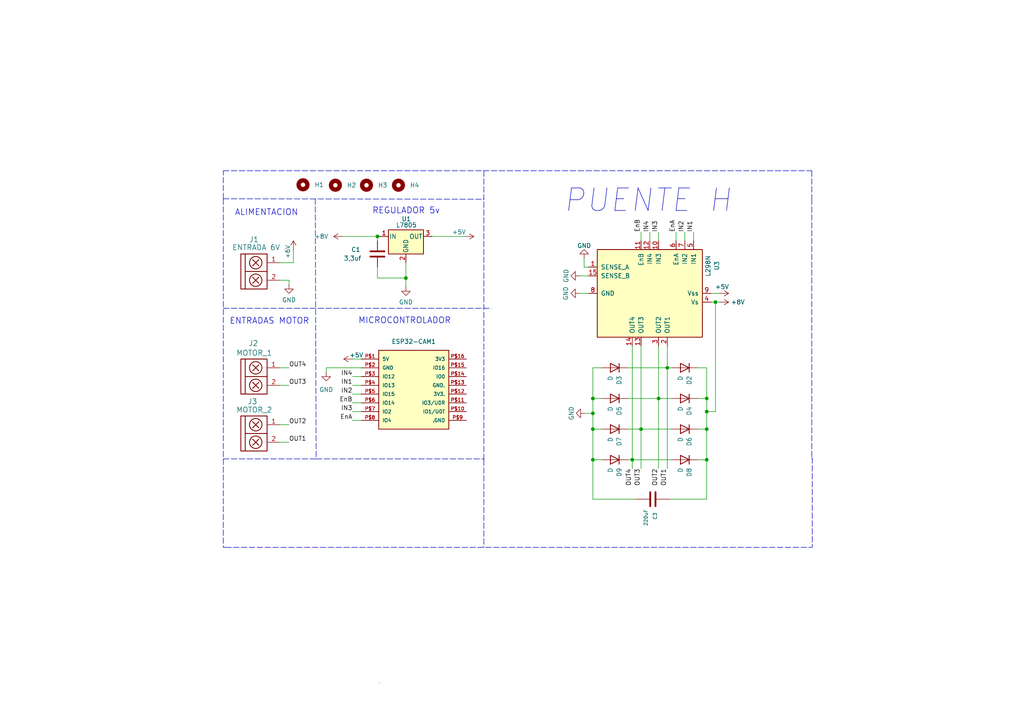
<source format=kicad_sch>
(kicad_sch (version 20211123) (generator eeschema)
  (paper "A4")
  (lib_symbols
    (symbol "Device:C" (pin_numbers hide) (pin_names (offset 0.254))
      (property "Reference" "C" (at 0.635 2.54 0))
      (property "Value" "C" (at 0.635 -2.54 0))
      (symbol "C_0_1"
        (polyline (pts (xy -2.032 -0.762) (xy 2.032 -0.762)) (stroke (width 0.508)))
        (polyline (pts (xy -2.032 0.762) (xy 2.032 0.762)) (stroke (width 0.508)))
      )
      (symbol "C_1_1"
        (pin passive line (at 0 3.81 270) (length 2.794) (name "~") (number "1"))
        (pin passive line (at 0 -3.81 90) (length 2.794) (name "~") (number "2"))
      )
    )
    (symbol "Device:D" (pin_numbers hide) (pin_names (offset 1.016) hide)
      (property "Reference" "D" (at 0 2.54 0))
      (property "Value" "D" (at 0 -2.54 0))
      (symbol "D_0_1"
        (polyline (pts (xy -1.27 1.27) (xy -1.27 -1.27)) (stroke (width 0.254)))
        (polyline (pts (xy 1.27 0) (xy -1.27 0)))
        (polyline (pts (xy 1.27 1.27) (xy 1.27 -1.27) (xy -1.27 0) (xy 1.27 1.27)) (stroke (width 0.254)))
      )
      (symbol "D_1_1"
        (pin passive line (at -3.81 0 0) (length 2.54) (name "K") (number "1"))
        (pin passive line (at 3.81 0 180) (length 2.54) (name "A") (number "2"))
      )
    )
    (symbol "EESTN5:C" (pin_numbers hide) (pin_names (offset 0.254))
      (property "Reference" "C" (at 0 2.54 0))
      (property "Value" "C" (at 0.1524 -2.159 0))
      (symbol "C_0_1"
        (polyline (pts (xy -2.032 -0.762) (xy 2.032 -0.762)) (stroke (width 0.508)))
        (polyline (pts (xy -2.032 0.762) (xy 2.032 0.762)) (stroke (width 0.508)))
      )
      (symbol "C_1_1"
        (pin passive line (at 0 5.08 270) (length 4.318) (name "~") (number "1"))
        (pin passive line (at 0 -5.08 90) (length 4.318) (name "~") (number "2"))
      )
    )
    (symbol "EESTN5:L298(H)N" (pin_names (offset 1.016))
      (property "Reference" "U" (at -1.905 18.415 0))
      (property "Value" "L298(H)N" (at -1.905 16.51 0))
      (symbol "L298(H)N_0_1"
        (rectangle (start -12.7 15.24) (end 12.7 -15.24) (stroke (width 0.254)) (fill (type background)))
      )
      (symbol "L298(H)N_1_1"
        (pin power_in line (at -7.62 -17.78 90) (length 2.54) (name "SENSE_A") (number "1"))
        (pin input line (at -15.24 2.54 0) (length 2.54) (name "IN3") (number "10"))
        (pin input line (at -15.24 -2.54 0) (length 2.54) (name "EnB") (number "11"))
        (pin input line (at -15.24 0 0) (length 2.54) (name "IN4") (number "12"))
        (pin output line (at 15.24 -2.54 180) (length 2.54) (name "OUT3") (number "13"))
        (pin output line (at 15.24 -5.08 180) (length 2.54) (name "OUT4") (number "14"))
        (pin power_in line (at -5.08 -17.78 90) (length 2.54) (name "SENSE_B") (number "15"))
        (pin output line (at 15.24 5.08 180) (length 2.54) (name "OUT1") (number "2"))
        (pin output line (at 15.24 2.54 180) (length 2.54) (name "OUT2") (number "3"))
        (pin power_in line (at 2.54 17.78 270) (length 2.54) (name "Vs") (number "4"))
        (pin input line (at -15.24 12.7 0) (length 2.54) (name "IN1") (number "5"))
        (pin input line (at -15.24 7.62 0) (length 2.54) (name "EnA") (number "6"))
        (pin input line (at -15.24 10.16 0) (length 2.54) (name "IN2") (number "7"))
        (pin power_in line (at 0 -17.78 90) (length 2.54) (name "GND") (number "8"))
        (pin power_in line (at 0 17.78 270) (length 2.54) (name "Vss") (number "9"))
      )
    )
    (symbol "EESTN5:Mounting_Hole" (pin_names (offset 1.016))
      (property "Reference" "H" (at 0 5.08 0))
      (symbol "Mounting_Hole_0_1"
        (circle (center 0 0) (radius 1.27) (stroke (width 1.27)))
      )
    )
    (symbol "EESTN5:TB_1X2" (pin_names (offset 1.016))
      (property "Reference" "J" (at 0 7.62 0))
      (property "Value" "TB_1X2" (at 1.27 -7.62 0))
      (symbol "TB_1X2_0_1"
        (rectangle (start -2.54 5.08) (end 5.08 -5.08) (stroke (width 0.254)))
        (polyline (pts (xy -1.27 0) (xy 5.08 0)) (stroke (width 0.254)))
        (polyline (pts (xy -1.27 5.08) (xy -1.27 -5.08)) (stroke (width 0.254)))
        (polyline (pts (xy 0.889 -3.429) (xy 2.667 -1.651)) (stroke (width 0.254)))
        (polyline (pts (xy 0.889 -1.651) (xy 2.667 -3.429)) (stroke (width 0.254)))
        (polyline (pts (xy 0.889 1.651) (xy 2.667 3.429)) (stroke (width 0.254)))
        (polyline (pts (xy 0.889 3.429) (xy 2.667 1.651)) (stroke (width 0.254)))
        (circle (center 1.778 -2.54) (radius 1.8034) (stroke (width 0.254)))
        (circle (center 1.778 2.54) (radius 1.8034) (stroke (width 0.254)))
      )
      (symbol "TB_1X2_1_1"
        (pin input line (at 8.89 2.54 180) (length 3.81) (name "~") (number "1"))
        (pin input line (at 8.89 -2.54 180) (length 3.81) (name "~") (number "2"))
      )
    )
    (symbol "ESP32-CAM:ESP32-CAM" (pin_names (offset 1.016))
      (property "Reference" "U" (at -10.16 20.32 0))
      (symbol "ESP32-CAM_0_0"
        (rectangle (start -10.16 -5.08) (end 10.16 17.78) (stroke (width 0.254)) (fill (type background)))
        (pin bidirectional line (at -15.24 15.24 0) (length 5.08) (name "5V") (number "P$1"))
        (pin bidirectional line (at 15.24 0 180) (length 5.08) (name "IO1/U0T") (number "P$10"))
        (pin bidirectional line (at 15.24 2.54 180) (length 5.08) (name "IO3/U0R") (number "P$11"))
        (pin bidirectional line (at 15.24 5.08 180) (length 5.08) (name "3V3.") (number "P$12"))
        (pin bidirectional line (at 15.24 7.62 180) (length 5.08) (name "GND.") (number "P$13"))
        (pin bidirectional line (at 15.24 10.16 180) (length 5.08) (name "IO0") (number "P$14"))
        (pin bidirectional line (at 15.24 12.7 180) (length 5.08) (name "IO16") (number "P$15"))
        (pin bidirectional line (at 15.24 15.24 180) (length 5.08) (name "3V3") (number "P$16"))
        (pin bidirectional line (at -15.24 12.7 0) (length 5.08) (name "GND") (number "P$2"))
        (pin bidirectional line (at -15.24 10.16 0) (length 5.08) (name "IO12") (number "P$3"))
        (pin bidirectional line (at -15.24 7.62 0) (length 5.08) (name "IO13") (number "P$4"))
        (pin bidirectional line (at -15.24 5.08 0) (length 5.08) (name "IO15") (number "P$5"))
        (pin bidirectional line (at -15.24 2.54 0) (length 5.08) (name "IO14") (number "P$6"))
        (pin bidirectional line (at -15.24 0 0) (length 5.08) (name "IO2") (number "P$7"))
        (pin bidirectional line (at -15.24 -2.54 0) (length 5.08) (name "IO4") (number "P$8"))
        (pin bidirectional line (at 15.24 -2.54 180) (length 5.08) (name ".GND") (number "P$9"))
      )
    )
    (symbol "GND_1" (power) (pin_names (offset 0))
      (property "Value" "GND_1" (at 0 -3.81 0))
      (symbol "GND_1_0_1"
        (polyline (pts (xy 0 0) (xy 0 -1.27) (xy 1.27 -1.27) (xy 0 -2.54) (xy -1.27 -1.27) (xy 0 -1.27)))
      )
      (symbol "GND_1_1_1"
        (pin power_in line (at 0 0 270) (length 0) hide (name "GND") (number "1"))
      )
    )
    (symbol "Regulator_Linear:L7805" (pin_names (offset 0.254))
      (property "Reference" "U" (at -3.81 3.175 0))
      (property "Value" "L7805" (at 0 3.175 0))
      (symbol "L7805_0_1"
        (rectangle (start -5.08 1.905) (end 5.08 -5.08) (stroke (width 0.254)) (fill (type background)))
      )
      (symbol "L7805_1_1"
        (pin power_in line (at -7.62 0 0) (length 2.54) (name "IN") (number "1"))
        (pin power_in line (at 0 -7.62 90) (length 2.54) (name "GND") (number "2"))
        (pin power_out line (at 7.62 0 180) (length 2.54) (name "OUT") (number "3"))
      )
    )
    (symbol "power:+5V" (power) (pin_names (offset 0))
      (property "Value" "+5V" (at 0 3.556 0))
      (symbol "+5V_0_1"
        (polyline (pts (xy -0.762 1.27) (xy 0 2.54)))
        (polyline (pts (xy 0 0) (xy 0 2.54)))
        (polyline (pts (xy 0 2.54) (xy 0.762 1.27)))
      )
      (symbol "+5V_1_1"
        (pin power_in line (at 0 0 90) (length 0) hide (name "+5V") (number "1"))
      )
    )
    (symbol "power:+6V" (power) (pin_names (offset 0))
      (property "Value" "+6V" (at 0 3.556 0))
      (symbol "+6V_0_1"
        (polyline (pts (xy -0.762 1.27) (xy 0 2.54)))
        (polyline (pts (xy 0 0) (xy 0 2.54)))
        (polyline (pts (xy 0 2.54) (xy 0.762 1.27)))
      )
      (symbol "+6V_1_1"
        (pin power_in line (at 0 0 90) (length 0) hide (name "+6V") (number "1"))
      )
    )
    (symbol "power:+8V" (power) (pin_names (offset 0))
      (property "Value" "+8V" (at 0 3.556 0))
      (symbol "+8V_0_1"
        (polyline (pts (xy -0.762 1.27) (xy 0 2.54)))
        (polyline (pts (xy 0 0) (xy 0 2.54)))
        (polyline (pts (xy 0 2.54) (xy 0.762 1.27)))
      )
      (symbol "+8V_1_1"
        (pin power_in line (at 0 0 90) (length 0) hide (name "+8V") (number "1"))
      )
    )
    (symbol "power:GND" (power) (pin_names (offset 0))
      (property "Value" "GND" (at 0 -3.81 0))
      (symbol "GND_0_1"
        (polyline (pts (xy 0 0) (xy 0 -1.27) (xy 1.27 -1.27) (xy 0 -2.54) (xy -1.27 -1.27) (xy 0 -1.27)))
      )
      (symbol "GND_1_1"
        (pin power_in line (at 0 0 270) (length 0) hide (name "GND") (number "1"))
      )
    )
  )
  (junction (at 204.978 119.38))
  (junction (at 171.958 133.35))
  (junction (at 109.474 68.58))
  (junction (at 193.548 106.68))
  (junction (at 204.978 124.46))
  (junction (at 117.729 80.645))
  (junction (at 171.958 124.46))
  (junction (at 171.958 119.888))
  (junction (at 204.978 115.57))
  (junction (at 207.518 87.63))
  (junction (at 204.978 133.35))
  (junction (at 171.958 115.57))
  (junction (at 183.388 133.35))
  (junction (at 191.008 115.57))
  (junction (at 185.928 124.46))
  (wire (pts (xy 174.498 115.57) (xy 171.958 115.57)))
  (wire (pts (xy 204.978 106.68) (xy 204.978 115.57)))
  (wire (pts (xy 102.235 104.14) (xy 104.775 104.14)))
  (wire (pts (xy 83.82 106.68) (xy 81.28 106.68)))
  (wire (pts (xy 174.498 124.46) (xy 171.958 124.46)))
  (wire (pts (xy 191.008 115.57) (xy 191.008 135.89)))
  (wire (pts (xy 83.82 128.27) (xy 81.28 128.27)))
  (wire (pts (xy 194.818 115.57) (xy 191.008 115.57)))
  (polyline (pts (xy 132.207 103.886) (xy 132.207 104.14)))
  (wire (pts (xy 102.235 121.92) (xy 104.775 121.92)))
  (wire (pts (xy 109.474 68.58) (xy 109.474 69.85)))
  (polyline (pts (xy 64.77 57.658) (xy 64.77 49.53)))
  (wire (pts (xy 183.388 100.33) (xy 183.388 133.35)))
  (wire (pts (xy 185.928 67.31) (xy 185.928 69.85)))
  (polyline (pts (xy 140.335 133.096) (xy 140.335 133.35)))
  (wire (pts (xy 188.468 67.31) (xy 188.468 69.85)))
  (wire (pts (xy 171.958 133.35) (xy 171.958 144.78)))
  (polyline (pts (xy 64.77 89.408) (xy 142.494 89.408)))
  (wire (pts (xy 174.498 106.68) (xy 171.958 106.68)))
  (polyline (pts (xy 64.77 49.53) (xy 235.458 49.53)))
  (wire (pts (xy 185.928 124.46) (xy 185.928 135.89)))
  (wire (pts (xy 169.418 74.93) (xy 169.418 77.47)))
  (wire (pts (xy 204.978 133.35) (xy 202.438 133.35)))
  (wire (pts (xy 81.28 76.2) (xy 85.09 76.2)))
  (wire (pts (xy 125.349 68.58) (xy 134.874 68.58)))
  (wire (pts (xy 183.388 133.35) (xy 183.388 135.89)))
  (wire (pts (xy 207.518 119.38) (xy 207.518 87.63)))
  (wire (pts (xy 194.818 106.68) (xy 193.548 106.68)))
  (wire (pts (xy 94.615 106.68) (xy 94.615 107.95)))
  (wire (pts (xy 94.615 106.68) (xy 104.775 106.68)))
  (wire (pts (xy 184.277 144.78) (xy 171.958 144.78)))
  (wire (pts (xy 171.958 115.57) (xy 171.958 119.888)))
  (polyline (pts (xy 64.77 158.75) (xy 65.405 158.75)))
  (wire (pts (xy 170.688 85.09) (xy 168.148 85.09)))
  (wire (pts (xy 109.474 77.47) (xy 109.474 80.645)))
  (wire (pts (xy 102.235 111.76) (xy 104.775 111.76)))
  (wire (pts (xy 204.978 119.38) (xy 204.978 124.46)))
  (polyline (pts (xy 235.458 57.658) (xy 235.458 133.096)))
  (polyline (pts (xy 91.44 57.658) (xy 91.694 133.096)))
  (polyline (pts (xy 140.335 133.35) (xy 140.335 158.75)))
  (wire (pts (xy 207.518 119.38) (xy 204.978 119.38)))
  (wire (pts (xy 191.008 67.31) (xy 191.008 69.85)))
  (polyline (pts (xy 235.458 49.53) (xy 235.458 57.658)))
  (wire (pts (xy 81.28 81.28) (xy 83.82 81.28)))
  (wire (pts (xy 193.548 100.33) (xy 193.548 106.68)))
  (polyline (pts (xy 110.0074 198.0184) (xy 110.0074 198.0438)))
  (wire (pts (xy 171.958 133.35) (xy 174.498 133.35)))
  (wire (pts (xy 204.978 144.78) (xy 194.437 144.78)))
  (wire (pts (xy 83.82 123.19) (xy 81.28 123.19)))
  (wire (pts (xy 204.978 124.46) (xy 204.978 133.35)))
  (wire (pts (xy 171.958 119.888) (xy 171.958 124.46)))
  (wire (pts (xy 102.235 114.3) (xy 104.775 114.3)))
  (wire (pts (xy 102.235 109.22) (xy 104.775 109.22)))
  (wire (pts (xy 170.688 80.01) (xy 168.148 80.01)))
  (wire (pts (xy 208.788 87.63) (xy 207.518 87.63)))
  (wire (pts (xy 204.978 106.68) (xy 202.438 106.68)))
  (wire (pts (xy 191.008 100.33) (xy 191.008 115.57)))
  (wire (pts (xy 85.09 72.39) (xy 85.09 76.2)))
  (wire (pts (xy 109.474 80.645) (xy 117.729 80.645)))
  (wire (pts (xy 171.958 106.68) (xy 171.958 115.57)))
  (polyline (pts (xy 64.77 57.658) (xy 140.335 57.785)))
  (wire (pts (xy 183.388 133.35) (xy 182.118 133.35)))
  (polyline (pts (xy 140.335 49.53) (xy 140.335 57.912)))
  (wire (pts (xy 196.088 67.31) (xy 196.088 69.85)))
  (polyline (pts (xy 235.585 132.715) (xy 235.585 158.75)))
  (wire (pts (xy 204.978 115.57) (xy 202.438 115.57)))
  (polyline (pts (xy 65.405 158.75) (xy 235.585 158.75)))
  (wire (pts (xy 201.168 67.31) (xy 201.168 69.85)))
  (wire (pts (xy 191.008 115.57) (xy 182.118 115.57)))
  (wire (pts (xy 102.235 119.38) (xy 104.775 119.38)))
  (polyline (pts (xy 64.77 133.096) (xy 91.694 133.096)))
  (wire (pts (xy 109.474 68.58) (xy 110.109 68.58)))
  (wire (pts (xy 102.235 116.84) (xy 104.775 116.84)))
  (wire (pts (xy 194.818 133.35) (xy 183.388 133.35)))
  (wire (pts (xy 170.688 77.47) (xy 169.418 77.47)))
  (wire (pts (xy 117.729 76.2) (xy 117.729 80.645)))
  (wire (pts (xy 185.928 100.33) (xy 185.928 124.46)))
  (wire (pts (xy 193.548 106.68) (xy 193.548 135.89)))
  (wire (pts (xy 171.958 119.888) (xy 169.672 119.888)))
  (wire (pts (xy 204.978 124.46) (xy 202.438 124.46)))
  (wire (pts (xy 171.958 124.46) (xy 171.958 133.35)))
  (wire (pts (xy 83.82 81.28) (xy 83.82 82.55)))
  (wire (pts (xy 204.978 115.57) (xy 204.978 119.38)))
  (polyline (pts (xy 91.694 133.096) (xy 140.335 133.096)))
  (polyline (pts (xy 64.77 57.658) (xy 64.77 158.75)))
  (wire (pts (xy 207.518 87.63) (xy 206.248 87.63)))
  (wire (pts (xy 198.628 67.31) (xy 198.628 69.85)))
  (wire (pts (xy 99.314 68.58) (xy 109.474 68.58)))
  (wire (pts (xy 194.818 124.46) (xy 185.928 124.46)))
  (wire (pts (xy 117.729 80.645) (xy 117.729 83.185)))
  (polyline (pts (xy 140.335 133.35) (xy 140.335 57.785)))
  (wire (pts (xy 83.82 111.76) (xy 81.28 111.76)))
  (wire (pts (xy 185.928 124.46) (xy 182.118 124.46)))
  (wire (pts (xy 204.978 144.78) (xy 204.978 133.35)))
  (wire (pts (xy 208.788 85.09) (xy 206.248 85.09)))
  (wire (pts (xy 193.548 106.68) (xy 182.118 106.68)))
  (text "PUENTE H" (at 163.322 62.103 0) (effects (font (size 6.54 6.54) italic) (justify left bottom)))
  (text "MICROCONTROLADOR\n" (at 103.886 94.107 0) (effects (font (size 1.75 1.75)) (justify left bottom)))
  (text "ALIMENTACION" (at 68.072 62.738 0) (effects (font (size 1.75 1.75)) (justify left bottom)))
  (text "ENTRADAS MOTOR" (at 66.548 94.234 0) (effects (font (size 1.75 1.75)) (justify left bottom)))
  (text "REGULADOR 5v" (at 107.95 62.23 0) (effects (font (size 1.75 1.75)) (justify left bottom)))
  (label "OUT2" (at 83.82 123.19 0))
  (label "IN4" (at 188.468 67.31 90))
  (label "OUT1" (at 83.82 128.27 0))
  (label "IN2" (at 102.235 114.3 180))
  (label "IN1" (at 201.168 67.31 90))
  (label "IN2" (at 198.628 67.31 90))
  (label "IN3" (at 191.008 67.31 90))
  (label "EnA" (at 196.088 67.31 90))
  (label "EnB" (at 185.928 67.31 90))
  (label "OUT4" (at 183.388 135.89 270))
  (label "OUT4" (at 83.82 106.68 0))
  (label "EnA" (at 102.235 121.92 180))
  (label "EnB" (at 102.235 116.84 180))
  (label "IN4" (at 102.235 109.22 180))
  (label "OUT1" (at 193.548 135.89 270))
  (label "IN3" (at 102.235 119.38 180))
  (label "OUT3" (at 83.82 111.76 0))
  (label "OUT3" (at 185.928 135.89 270))
  (label "OUT2" (at 191.008 135.89 270))
  (label "IN1" (at 102.235 111.76 180))
  (symbol (lib_id "power:+8V") (at 99.314 68.58 90) (unit 1)
    (property "Reference" "#PWR?" (effects hide))
    (property "Value" "+8V" (at 95.25 68.5799 90) (effects (justify left)))
  )
  (symbol (lib_id "power:GND") (at 168.148 80.01 270) (unit 1)
    (property "Reference" "#PWR09" (effects hide))
    (property "Value" "GND" (at 164.211 77.978 0) (effects (justify left)))
  )
  (symbol (lib_id "EESTN5:Mounting_Hole") (at 115.57 53.721 0) (unit 1)
    (property "Reference" "H4" (at 118.872 53.7209 0) (effects (justify left)))
    (property "Value" "Mounting_Hole" (effects hide))
    (property "Footprint" "EESTN5:hole_3mm" (effects hide))
  )
  (symbol (lib_id "Device:D") (at 178.308 124.46 180) (unit 1)
    (property "Reference" "D7" (at 179.5781 126.746 90) (effects (justify left)))
    (property "Value" "D" (at 177.0381 126.746 90) (effects (justify left)))
    (property "Footprint" "EESTN5:DO-41" (effects hide))
  )
  (symbol (lib_id "power:+5V") (at 134.874 68.58 270) (unit 1)
    (property "Reference" "#PWR07" (effects hide))
    (property "Value" "+5V" (at 131.064 67.31 90) (effects (justify left)))
  )
  (symbol (lib_id "Device:C") (at 109.474 73.66 0) (unit 1)
    (property "Reference" "C1" (at 101.854 72.39 0) (effects (justify left)))
    (property "Value" "3,3uf" (at 99.695 74.93 0) (effects (justify left)))
    (property "Footprint" "EESTN5:CAP_ELEC_8x11.5mm" (effects hide))
  )
  (symbol (lib_id "EESTN5:Mounting_Hole") (at 97.282 53.721 0) (unit 1)
    (property "Reference" "H2" (at 100.584 53.7209 0) (effects (justify left)))
    (property "Value" "Mounting_Hole" (effects hide))
    (property "Footprint" "EESTN5:hole_3mm" (effects hide))
  )
  (symbol (lib_id "ESP32-CAM:ESP32-CAM") (at 120.015 119.38 0) (unit 1)
    (property "Reference" "ESP32-CAM1" (at 120.015 99.06 0))
    (property "Value" "ESP32-CAM" (effects hide))
    (property "Footprint" "ESP32-CAM-HUELLA:ESP32-CAM" (effects hide))
  )
  (symbol (lib_id "Device:D") (at 178.308 133.35 180) (unit 1)
    (property "Reference" "D9" (at 179.5781 135.636 90) (effects (justify left)))
    (property "Value" "D" (at 177.0381 135.636 90) (effects (justify left)))
    (property "Footprint" "EESTN5:DO-41" (effects hide))
  )
  (symbol (lib_id "EESTN5:Mounting_Hole") (at 87.884 53.594 0) (unit 1)
    (property "Reference" "H1" (at 91.186 53.5939 0) (effects (justify left)))
    (property "Value" "Mounting_Hole" (effects hide))
    (property "Footprint" "EESTN5:hole_3mm" (effects hide))
  )
  (symbol (lib_id "power:GND") (at 168.148 85.09 270) (unit 1)
    (property "Reference" "#PWR011" (effects hide))
    (property "Value" "GND" (at 164.084 83.058 0) (effects (justify left)))
  )
  (symbol (lib_id "power:GND") (at 83.82 82.55 0) (unit 1)
    (property "Reference" "#PWR01" (effects hide))
    (property "Value" "GND" (at 83.82 86.995 0))
  )
  (symbol (lib_id "Device:D") (at 178.308 106.68 180) (unit 1)
    (property "Reference" "D3" (at 179.5781 108.966 90) (effects (justify left)))
    (property "Value" "D" (at 177.0381 108.966 90) (effects (justify left)))
    (property "Footprint" "EESTN5:DO-41" (effects hide))
  )
  (symbol (lib_id "Device:D") (at 198.628 115.57 180) (unit 1)
    (property "Reference" "D4" (at 199.8981 117.856 90) (effects (justify left)))
    (property "Value" "D" (at 197.3581 117.856 90) (effects (justify left)))
    (property "Footprint" "EESTN5:DO-41" (effects hide))
  )
  (symbol (lib_id "power:+8V") (at 208.788 87.63 270) (unit 1)
    (property "Reference" "#PWR0101" (effects hide))
    (property "Value" "+8V" (at 211.963 87.6299 90) (effects (justify left)))
  )
  (symbol (lib_id "power:+5V") (at 208.788 85.09 270) (unit 1)
    (property "Reference" "#PWR010" (effects hide))
    (property "Value" "+5V" (at 209.423 83.185 90))
  )
  (symbol (lib_id "Device:D") (at 178.308 115.57 180) (unit 1)
    (property "Reference" "D5" (at 179.5781 117.856 90) (effects (justify left)))
    (property "Value" "D" (at 177.0381 117.856 90) (effects (justify left)))
    (property "Footprint" "EESTN5:DO-41" (effects hide))
  )
  (symbol (lib_id "Regulator_Linear:L7805") (at 117.729 68.58 0) (unit 1)
    (property "Reference" "U1" (at 117.856 63.5 0))
    (property "Value" "L7805" (at 117.856 65.278 0))
    (property "Footprint" "EESTN5:TO-220" (effects hide))
    (property "Datasheet" "http://www.st.com/content/ccc/resource/technical/document/datasheet/41/4f/b3/b0/12/d4/47/88/CD00000444.pdf/files/CD00000444.pdf/jcr:content/translations/en.CD00000444.pdf" (effects hide))
  )
  (symbol (lib_id "power:+5V") (at 102.235 104.14 90) (unit 1)
    (property "Reference" "#PWR05" (effects hide))
    (property "Value" "+5V" (at 105.41 102.997 90) (effects (justify left)))
  )
  (symbol (lib_name "GND_1") (lib_id "power:GND") (at 94.615 107.95 0) (unit 1)
    (property "Reference" "#PWR03" (effects hide))
    (property "Value" "GND" (at 94.615 113.03 0))
  )
  (symbol (lib_id "EESTN5:TB_1X2") (at 72.39 109.22 0) (unit 1)
    (property "Reference" "J2" (at 74.93 99.568 0) (effects (font (size 1.524 1.524)) (justify right)))
    (property "Value" "MOTOR_1" (at 78.994 102.362 0) (effects (font (size 1.524 1.524)) (justify right)))
    (property "Footprint" "EESTN5:BORNERA2_AZUL" (effects hide))
  )
  (symbol (lib_id "power:+6V") (at 85.09 72.39 0) (unit 1)
    (property "Reference" "#PWR02" (effects hide))
    (property "Value" "+6V" (at 83.439 73.025 90))
  )
  (symbol (lib_id "Device:D") (at 198.628 106.68 180) (unit 1)
    (property "Reference" "D2" (at 199.8981 108.966 90) (effects (justify left)))
    (property "Value" "D" (at 197.3581 108.966 90) (effects (justify left)))
    (property "Footprint" "EESTN5:DO-41" (effects hide))
  )
  (symbol (lib_id "Device:D") (at 198.628 124.46 180) (unit 1)
    (property "Reference" "D6" (at 199.8981 126.746 90) (effects (justify left)))
    (property "Value" "D" (at 197.3581 126.746 90) (effects (justify left)))
    (property "Footprint" "EESTN5:DO-41" (effects hide))
  )
  (symbol (lib_id "EESTN5:L298(H)N") (at 188.468 85.09 270) (unit 1)
    (property "Reference" "U3" (at 207.899 75.692 0) (effects (justify left)))
    (property "Value" "L298N" (at 205.359 74.041 0) (effects (justify left)))
    (property "Footprint" "L298N HUELLA PCB:TO127P2020X500X2100-15" (effects hide))
    (property "Datasheet" "http://www.st.com/st-web-ui/static/active/en/resource/technical/document/datasheet/CD00000240.pdf" (effects hide))
  )
  (symbol (lib_id "EESTN5:TB_1X2") (at 72.39 125.73 0) (unit 1)
    (property "Reference" "J3" (at 74.676 116.459 0) (effects (font (size 1.524 1.524)) (justify right)))
    (property "Value" "MOTOR_2" (at 78.994 118.872 0) (effects (font (size 1.524 1.524)) (justify right)))
    (property "Footprint" "EESTN5:BORNERA2_AZUL" (effects hide))
  )
  (symbol (lib_id "EESTN5:C") (at 189.357 144.78 270) (unit 1)
    (property "Reference" "C3" (at 189.992 148.59 0) (effects (font (size 1.016 1.016)) (justify left)))
    (property "Value" "220uF" (at 187.325 147.701 0) (effects (font (size 1.016 1.016)) (justify left)))
    (property "Footprint" "EESTN5:CAP_ELEC_8x11.5mm" (effects hide))
  )
  (symbol (lib_id "EESTN5:TB_1X2") (at 72.39 78.74 0) (unit 1)
    (property "Reference" "J1" (at 73.66 69.469 0) (effects (font (size 1.524 1.524))))
    (property "Value" "ENTRADA 6V" (at 74.295 71.755 0) (effects (font (size 1.524 1.524))))
    (property "Footprint" "EESTN5:BORNERA2_AZUL" (effects hide))
  )
  (symbol (lib_id "Device:D") (at 198.628 133.35 180) (unit 1)
    (property "Reference" "D8" (at 199.8981 135.636 90) (effects (justify left)))
    (property "Value" "D" (at 197.3581 135.636 90) (effects (justify left)))
    (property "Footprint" "EESTN5:DO-41" (effects hide))
  )
  (symbol (lib_id "EESTN5:Mounting_Hole") (at 106.299 53.721 0) (unit 1)
    (property "Reference" "H3" (at 109.601 53.7209 0) (effects (justify left)))
    (property "Value" "Mounting_Hole" (effects hide))
    (property "Footprint" "EESTN5:hole_3mm" (effects hide))
  )
  (symbol (lib_id "power:GND") (at 169.672 119.888 270) (unit 1)
    (property "Reference" "#PWR013" (effects hide))
    (property "Value" "GND" (at 165.735 119.888 0))
  )
  (symbol (lib_id "power:GND") (at 169.418 74.93 180) (unit 1)
    (property "Reference" "#PWR08" (effects hide))
    (property "Value" "GND" (at 167.386 71.247 0) (effects (justify right)))
  )
  (symbol (lib_id "power:GND") (at 117.729 83.185 0) (unit 1)
    (property "Reference" "#PWR06" (effects hide))
    (property "Value" "GND" (at 117.729 87.63 0))
  )
)
</source>
